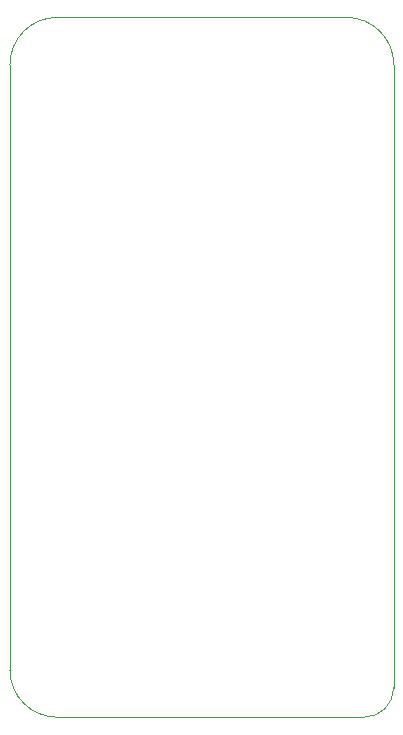
<source format=gm1>
%TF.GenerationSoftware,KiCad,Pcbnew,8.0.3-8.0.3-0~ubuntu22.04.1*%
%TF.CreationDate,2024-06-26T16:43:44-04:00*%
%TF.ProjectId,drive_27A,64726976-655f-4323-9741-2e6b69636164,rev?*%
%TF.SameCoordinates,Original*%
%TF.FileFunction,Profile,NP*%
%FSLAX46Y46*%
G04 Gerber Fmt 4.6, Leading zero omitted, Abs format (unit mm)*
G04 Created by KiCad (PCBNEW 8.0.3-8.0.3-0~ubuntu22.04.1) date 2024-06-26 16:43:44*
%MOMM*%
%LPD*%
G01*
G04 APERTURE LIST*
%TA.AperFunction,Profile*%
%ADD10C,0.050000*%
%TD*%
G04 APERTURE END LIST*
D10*
X46750000Y-71250000D02*
G75*
G02*
X44250000Y-73750000I-2500000J0D01*
G01*
X18250000Y-73750000D02*
G75*
G02*
X14250000Y-69750000I0J4000000D01*
G01*
X42750000Y-14499999D02*
G75*
G02*
X46750001Y-18499999I0J-4000001D01*
G01*
X14250000Y-18500000D02*
G75*
G02*
X18250000Y-14500000I4000000J0D01*
G01*
X18250000Y-14500000D02*
X42750000Y-14499999D01*
X18250000Y-73750000D02*
X44250000Y-73750000D01*
X14250000Y-18500000D02*
X14250000Y-69750000D01*
X46750000Y-71250000D02*
X46750000Y-18499999D01*
M02*

</source>
